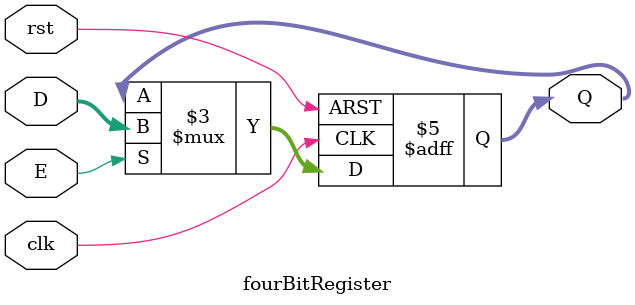
<source format=v>
module fourBitRegister(D, rst, clk, E , Q);
        input [3:0] D;
        input rst, clk, E;
        output reg [3:0] Q;
        
        always @(negedge rst, posedge clk)
            if (!rst)
                Q <= 0;
            else if (E)
                Q <= D;
endmodule

</source>
